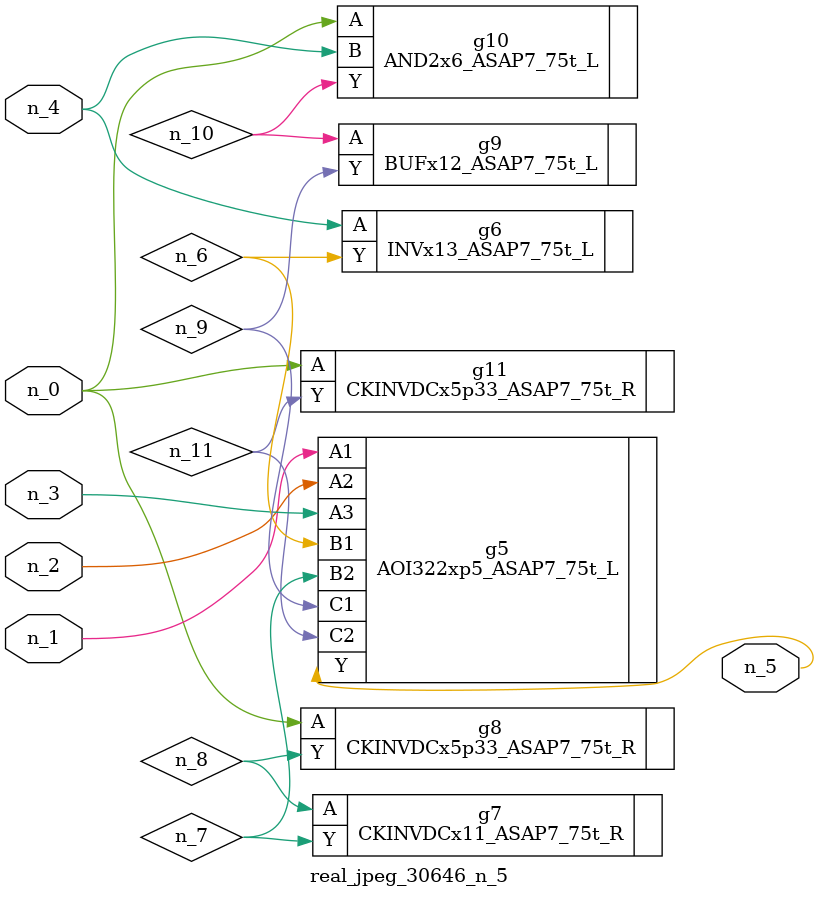
<source format=v>
module real_jpeg_30646_n_5 (n_4, n_0, n_1, n_2, n_3, n_5);

input n_4;
input n_0;
input n_1;
input n_2;
input n_3;

output n_5;

wire n_8;
wire n_11;
wire n_6;
wire n_7;
wire n_10;
wire n_9;

CKINVDCx5p33_ASAP7_75t_R g8 ( 
.A(n_0),
.Y(n_8)
);

AND2x6_ASAP7_75t_L g10 ( 
.A(n_0),
.B(n_4),
.Y(n_10)
);

CKINVDCx5p33_ASAP7_75t_R g11 ( 
.A(n_0),
.Y(n_11)
);

AOI322xp5_ASAP7_75t_L g5 ( 
.A1(n_1),
.A2(n_2),
.A3(n_3),
.B1(n_6),
.B2(n_7),
.C1(n_9),
.C2(n_11),
.Y(n_5)
);

INVx13_ASAP7_75t_L g6 ( 
.A(n_4),
.Y(n_6)
);

CKINVDCx11_ASAP7_75t_R g7 ( 
.A(n_8),
.Y(n_7)
);

BUFx12_ASAP7_75t_L g9 ( 
.A(n_10),
.Y(n_9)
);


endmodule
</source>
